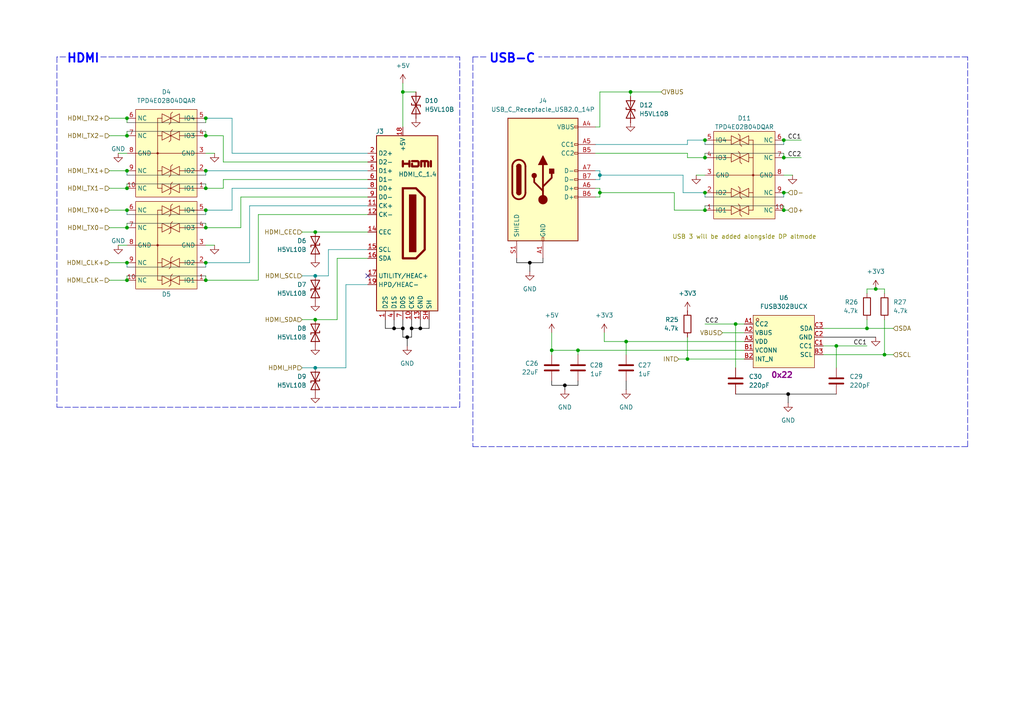
<source format=kicad_sch>
(kicad_sch (version 20231120) (generator "eeschema") (generator_version "8.0")
  (paper "A4")
  (title_block (title "High Speed IO") (date "2025-01-29 - 2025-02-02") (rev "Prototype v0") (company "xamuel.xyz"))
  (lib_symbols
    (symbol "Connector:HDMI_C_1.4"
      (property "Reference" "J" (at -6.35 26.67 0))
      (property "Value" "HDMI_C_1.4" (at 10.16 26.67 0))
      (symbol "HDMI_C_1.4_0_0"
        (polyline (pts (xy 8.128 16.51) (xy 8.128 18.034)) (stroke (width 0.635)))
        (polyline (pts (xy 0 16.51) (xy 0 18.034) (xy 0 17.272) (xy 1.905 17.272) (xy 1.905 18.034) (xy 1.905 16.51)) (stroke (width 0.635)))
        (polyline (pts (xy 2.667 18.034) (xy 4.318 18.034) (xy 4.572 17.78) (xy 4.572 16.764) (xy 4.318 16.51) (xy 2.667 16.51) (xy 2.667 17.272)) (stroke (width 0.635)))
      )
      (symbol "HDMI_C_1.4_0_1"
        (rectangle (start -7.62 25.4) (end 10.16 -25.4) (stroke (width 0.254)) (fill (type background)))
        (polyline (pts (xy 0 10.16) (xy 3.81 10.16) (xy 6.35 7.62) (xy 6.35 -7.62) (xy 3.81 -10.16) (xy 0 -10.16) (xy 0 10.16)) (stroke (width 0.635)))
        (polyline (pts (xy 5.334 16.51) (xy 5.334 18.034) (xy 6.35 18.034) (xy 6.35 16.51) (xy 6.35 18.034) (xy 7.112 18.034) (xy 7.366 17.78) (xy 7.366 16.51)) (stroke (width 0.635)))
        (rectangle (start 1.905 8.255) (end 3.81 -8.255) (stroke (width 0.254)) (fill (type outline)))
      )
      (symbol "HDMI_C_1.4_1_1"
        (pin power_in line (at -5.08 -27.94 90) (length 2.54) (name "D2S") (number "1"))
        (pin power_in line (at 2.54 -27.94 90) (length 2.54) (name "CKS") (number "10"))
        (pin passive line (at -10.16 5.08 0) (length 2.54) (name "CK+") (number "11"))
        (pin passive line (at -10.16 2.54 0) (length 2.54) (name "CK-") (number "12"))
        (pin power_in line (at 5.08 -27.94 90) (length 2.54) (name "GND") (number "13"))
        (pin bidirectional line (at -10.16 -2.54 0) (length 2.54) (name "CEC") (number "14"))
        (pin passive line (at -10.16 -7.62 0) (length 2.54) (name "SCL") (number "15"))
        (pin bidirectional line (at -10.16 -10.16 0) (length 2.54) (name "SDA") (number "16"))
        (pin passive line (at -10.16 -15.24 0) (length 2.54) (name "UTILITY/HEAC+") (number "17"))
        (pin power_in line (at 0 27.94 270) (length 2.54) (name "+5V") (number "18"))
        (pin passive line (at -10.16 -17.78 0) (length 2.54) (name "HPD/HEAC-") (number "19"))
        (pin passive line (at -10.16 20.32 0) (length 2.54) (name "D2+") (number "2"))
        (pin passive line (at -10.16 17.78 0) (length 2.54) (name "D2-") (number "3"))
        (pin power_in line (at -2.54 -27.94 90) (length 2.54) (name "D1S") (number "4"))
        (pin passive line (at -10.16 15.24 0) (length 2.54) (name "D1+") (number "5"))
        (pin passive line (at -10.16 12.7 0) (length 2.54) (name "D1-") (number "6"))
        (pin power_in line (at 0 -27.94 90) (length 2.54) (name "D0S") (number "7"))
        (pin passive line (at -10.16 10.16 0) (length 2.54) (name "D0+") (number "8"))
        (pin passive line (at -10.16 7.62 0) (length 2.54) (name "D0-") (number "9"))
        (pin passive line (at 7.62 -27.94 90) (length 2.54) (name "SH") (number "SH"))
      )
    )
    (symbol "Connector:USB_C_Receptacle_USB2.0_14P" (pin_names (offset 1.016))
      (property "Reference" "J" (at 0 22.225 0))
      (property "Value" "USB_C_Receptacle_USB2.0_14P" (at 0 19.685 0))
      (symbol "USB_C_Receptacle_USB2.0_14P_0_0"
        (rectangle (start -0.254 -17.78) (end 0.254 -16.764))
        (rectangle (start 10.16 -4.826) (end 9.144 -5.334))
        (rectangle (start 10.16 -2.286) (end 9.144 -2.794))
        (rectangle (start 10.16 0.254) (end 9.144 -0.254))
        (rectangle (start 10.16 2.794) (end 9.144 2.286))
        (rectangle (start 10.16 7.874) (end 9.144 7.366))
        (rectangle (start 10.16 10.414) (end 9.144 9.906))
        (rectangle (start 10.16 15.494) (end 9.144 14.986))
      )
      (symbol "USB_C_Receptacle_USB2.0_14P_0_1"
        (rectangle (start -10.16 17.78) (end 10.16 -17.78) (stroke (width 0.254)) (fill (type background)))
        (arc (start -8.89 -3.81) (mid -6.985 -5.7067) (end -5.08 -3.81) (stroke (width 0.508)))
        (arc (start -7.62 -3.81) (mid -6.985 -4.4423) (end -6.35 -3.81) (stroke (width 0.254)))
        (arc (start -7.62 -3.81) (mid -6.985 -4.4423) (end -6.35 -3.81) (stroke (width 0.254)) (fill (type outline)))
        (rectangle (start -7.62 -3.81) (end -6.35 3.81) (stroke (width 0.254)) (fill (type outline)))
        (arc (start -6.35 3.81) (mid -6.985 4.4423) (end -7.62 3.81) (stroke (width 0.254)))
        (arc (start -6.35 3.81) (mid -6.985 4.4423) (end -7.62 3.81) (stroke (width 0.254)) (fill (type outline)))
        (arc (start -5.08 3.81) (mid -6.985 5.7067) (end -8.89 3.81) (stroke (width 0.508)))
        (circle (center -2.54 1.143) (radius 0.635) (stroke (width 0.254)) (fill (type outline)))
        (circle (center 0 -5.842) (radius 1.27) (fill (type outline)))
        (polyline (pts (xy -8.89 -3.81) (xy -8.89 3.81)) (stroke (width 0.508)))
        (polyline (pts (xy -5.08 3.81) (xy -5.08 -3.81)) (stroke (width 0.508)))
        (polyline (pts (xy 0 -5.842) (xy 0 4.318)) (stroke (width 0.508)))
        (polyline (pts (xy 0 -3.302) (xy -2.54 -0.762) (xy -2.54 0.508)) (stroke (width 0.508)))
        (polyline (pts (xy 0 -2.032) (xy 2.54 0.508) (xy 2.54 1.778)) (stroke (width 0.508)))
        (polyline (pts (xy -1.27 4.318) (xy 0 6.858) (xy 1.27 4.318) (xy -1.27 4.318)) (stroke (width 0.254)) (fill (type outline)))
        (rectangle (start 1.905 1.778) (end 3.175 3.048) (stroke (width 0.254)) (fill (type outline)))
      )
      (symbol "USB_C_Receptacle_USB2.0_14P_1_1"
        (pin passive line (at 0 -22.86 90) (length 5.08) (name "GND") (number "A1"))
        (pin passive line (at 0 -22.86 90) (length 5.08) hide (name "GND") (number "A12"))
        (pin passive line (at 15.24 15.24 180) (length 5.08) (name "VBUS") (number "A4"))
        (pin bidirectional line (at 15.24 10.16 180) (length 5.08) (name "CC1") (number "A5"))
        (pin bidirectional line (at 15.24 -2.54 180) (length 5.08) (name "D+") (number "A6"))
        (pin bidirectional line (at 15.24 2.54 180) (length 5.08) (name "D-") (number "A7"))
        (pin passive line (at 15.24 15.24 180) (length 5.08) hide (name "VBUS") (number "A9"))
        (pin passive line (at 0 -22.86 90) (length 5.08) hide (name "GND") (number "B1"))
        (pin passive line (at 0 -22.86 90) (length 5.08) hide (name "GND") (number "B12"))
        (pin passive line (at 15.24 15.24 180) (length 5.08) hide (name "VBUS") (number "B4"))
        (pin bidirectional line (at 15.24 7.62 180) (length 5.08) (name "CC2") (number "B5"))
        (pin bidirectional line (at 15.24 -5.08 180) (length 5.08) (name "D+") (number "B6"))
        (pin bidirectional line (at 15.24 0 180) (length 5.08) (name "D-") (number "B7"))
        (pin passive line (at 15.24 15.24 180) (length 5.08) hide (name "VBUS") (number "B9"))
        (pin passive line (at -7.62 -22.86 90) (length 5.08) (name "SHIELD") (number "S1"))
      )
    )
    (symbol "Device:C" (pin_numbers hide) (pin_names (offset 0.254))
      (property "Reference" "C" (at 0.635 2.54 0))
      (property "Value" "C" (at 0.635 -2.54 0))
      (symbol "C_0_1"
        (polyline (pts (xy -2.032 -0.762) (xy 2.032 -0.762)) (stroke (width 0.508)))
        (polyline (pts (xy -2.032 0.762) (xy 2.032 0.762)) (stroke (width 0.508)))
      )
      (symbol "C_1_1"
        (pin passive line (at 0 3.81 270) (length 2.794) (name "~") (number "1"))
        (pin passive line (at 0 -3.81 90) (length 2.794) (name "~") (number "2"))
      )
    )
    (symbol "Device:D_TVS" (pin_numbers hide) (pin_names (offset 1.016) hide)
      (property "Reference" "D" (at 0 2.54 0))
      (property "Value" "D_TVS" (at 0 -2.54 0))
      (symbol "D_TVS_0_1"
        (polyline (pts (xy 1.27 0) (xy -1.27 0)))
        (polyline (pts (xy 0.508 1.27) (xy 0 1.27) (xy 0 -1.27) (xy -0.508 -1.27)) (stroke (width 0.254)))
        (polyline (pts (xy -2.54 1.27) (xy -2.54 -1.27) (xy 2.54 1.27) (xy 2.54 -1.27) (xy -2.54 1.27)) (stroke (width 0.254)))
      )
      (symbol "D_TVS_1_1"
        (pin passive line (at -3.81 0 0) (length 2.54) (name "A1") (number "1"))
        (pin passive line (at 3.81 0 180) (length 2.54) (name "A2") (number "2"))
      )
    )
    (symbol "Device:R" (pin_numbers hide) (pin_names (offset 0))
      (property "Reference" "R" (at 2.032 0 90))
      (property "Value" "R" (at 0 0 90))
      (symbol "R_0_1"
        (rectangle (start -1.016 -2.54) (end 1.016 2.54) (stroke (width 0.254)))
      )
      (symbol "R_1_1"
        (pin passive line (at 0 3.81 270) (length 1.27) (name "~") (number "1"))
        (pin passive line (at 0 -3.81 90) (length 1.27) (name "~") (number "2"))
      )
    )
    (symbol "linuxpocket:FUSB302BUCX"
      (property "Reference" "U" (at 0 10.16 0))
      (property "Value" "FUSB302BUCX" (at 0 -10.16 0))
      (symbol "FUSB302BUCX_0_1"
        (rectangle (start -8.89 7.62) (end 8.89 -7.62) (fill (type background)))
        (circle (center -7.62 6.35) (radius 0.38))
        (pin unspecified line (at -11.43 5.08 0) (length 2.54) (name "CC2") (number "A1"))
        (pin unspecified line (at -11.43 2.54 0) (length 2.54) (name "VBUS") (number "A2"))
        (pin unspecified line (at -11.43 0 0) (length 2.54) (name "VDD") (number "A3"))
        (pin unspecified line (at -11.43 -2.54 0) (length 2.54) (name "VCONN") (number "B1"))
        (pin unspecified line (at -11.43 -5.08 0) (length 2.54) (name "INT_N") (number "B2"))
        (pin unspecified line (at 11.43 -3.81 180) (length 2.54) (name "SCL") (number "B3"))
        (pin unspecified line (at 11.43 -1.27 180) (length 2.54) (name "CC1") (number "C1"))
        (pin unspecified line (at 11.43 1.27 180) (length 2.54) (name "GND") (number "C2"))
        (pin unspecified line (at 11.43 3.81 180) (length 2.54) (name "SDA") (number "C3"))
      )
    )
    (symbol "linuxpocket:TPD4E02B04DQAR"
      (property "Reference" "D" (at 0 15.24 0))
      (property "Value" "TPD4E02B04DQAR" (at 0 -15.24 0))
      (symbol "TPD4E02B04DQAR_0_1"
        (rectangle (start -10.16 12.7) (end 7.62 -12.7) (fill (type background)))
        (polyline (pts (xy -5.08 -10.16) (xy -10.16 -10.16)))
        (polyline (pts (xy -5.08 -5.08) (xy -10.16 -5.08)))
        (polyline (pts (xy -5.08 5.08) (xy -10.16 5.08)))
        (polyline (pts (xy -5.08 10.16) (xy -10.16 10.16)))
        (polyline (pts (xy -3.05 -11.94) (xy -2.54 -11.43)))
        (polyline (pts (xy -3.05 -6.86) (xy -2.54 -6.35)))
        (polyline (pts (xy -3.05 3.3) (xy -2.54 3.81)))
        (polyline (pts (xy -3.05 8.38) (xy -2.54 8.89)))
        (polyline (pts (xy -2.54 -11.43) (xy -2.54 -10.16)))
        (polyline (pts (xy -2.54 -10.16) (xy -2.54 -8.89)))
        (polyline (pts (xy -2.54 -8.89) (xy -2.03 -8.38)))
        (polyline (pts (xy -2.54 -6.35) (xy -2.54 -5.08)))
        (polyline (pts (xy -2.54 -5.08) (xy -2.54 -3.81)))
        (polyline (pts (xy -2.54 -3.81) (xy -2.03 -3.3)))
        (polyline (pts (xy -2.54 3.81) (xy -2.54 5.08)))
        (polyline (pts (xy -2.54 5.08) (xy -2.54 6.35)))
        (polyline (pts (xy -2.54 6.35) (xy -2.03 6.86)))
        (polyline (pts (xy -2.54 8.89) (xy -2.54 10.16)))
        (polyline (pts (xy -2.54 10.16) (xy -2.54 11.43)))
        (polyline (pts (xy -2.54 11.43) (xy -2.03 11.94)))
        (polyline (pts (xy 1.27 -10.16) (xy 0 -10.16)))
        (polyline (pts (xy 1.27 -5.08) (xy 0 -5.08)))
        (polyline (pts (xy 1.27 5.08) (xy 0 5.08)))
        (polyline (pts (xy 1.27 10.16) (xy 0 10.16)))
        (polyline (pts (xy 1.27 10.16) (xy 1.27 -10.16)))
        (polyline (pts (xy 7.62 0) (xy -10.16 0)))
        (polyline (pts (xy -5.08 -8.89) (xy -2.54 -10.16) (xy -5.08 -11.43) (xy -5.08 -8.89)) (fill (type background)))
        (polyline (pts (xy -5.08 -3.81) (xy -2.54 -5.08) (xy -5.08 -6.35) (xy -5.08 -3.81)) (fill (type background)))
        (polyline (pts (xy -5.08 6.35) (xy -2.54 5.08) (xy -5.08 3.81) (xy -5.08 6.35)) (fill (type background)))
        (polyline (pts (xy -5.08 11.43) (xy -2.54 10.16) (xy -5.08 8.89) (xy -5.08 11.43)) (fill (type background)))
        (polyline (pts (xy 0 -8.89) (xy -2.54 -10.16) (xy 0 -11.43) (xy 0 -8.89)) (fill (type background)))
        (polyline (pts (xy 0 -3.81) (xy -2.54 -5.08) (xy 0 -6.35) (xy 0 -3.81)) (fill (type background)))
        (polyline (pts (xy 0 6.35) (xy -2.54 5.08) (xy 0 3.81) (xy 0 6.35)) (fill (type background)))
        (polyline (pts (xy 0 11.43) (xy -2.54 10.16) (xy 0 8.89) (xy 0 11.43)) (fill (type background)))
        (circle (center 1.27 0) (radius 0.25))
        (pin unspecified line (at -12.7 10.16 0) (length 2.54) (name "IO1") (number "1"))
        (pin unspecified line (at 10.16 10.16 180) (length 2.54) (name "NC") (number "10"))
        (pin unspecified line (at -12.7 5.08 0) (length 2.54) (name "IO2") (number "2"))
        (pin unspecified line (at -12.7 0 0) (length 2.54) (name "GND") (number "3"))
        (pin unspecified line (at -12.7 -5.08 0) (length 2.54) (name "IO3") (number "4"))
        (pin unspecified line (at -12.7 -10.16 0) (length 2.54) (name "IO4") (number "5"))
        (pin unspecified line (at 10.16 -10.16 180) (length 2.54) (name "NC") (number "6"))
        (pin unspecified line (at 10.16 -5.08 180) (length 2.54) (name "NC") (number "7"))
        (pin unspecified line (at 10.16 0 180) (length 2.54) (name "GND") (number "8"))
        (pin unspecified line (at 10.16 5.08 180) (length 2.54) (name "NC") (number "9"))
      )
    )
    (symbol "power:+3V3" (power) (pin_numbers hide) (pin_names (offset 0) hide)
      (property "Value" "+3V3" (at 0 3.556 0))
      (symbol "+3V3_0_1"
        (polyline (pts (xy -0.762 1.27) (xy 0 2.54)))
        (polyline (pts (xy 0 0) (xy 0 2.54)))
        (polyline (pts (xy 0 2.54) (xy 0.762 1.27)))
      )
      (symbol "+3V3_1_1"
        (pin power_in line (at 0 0 90) (length 0) (name "~") (number "1"))
      )
    )
    (symbol "power:+5V" (power) (pin_numbers hide) (pin_names (offset 0) hide)
      (property "Value" "+5V" (at 0 3.556 0))
      (symbol "+5V_0_1"
        (polyline (pts (xy -0.762 1.27) (xy 0 2.54)))
        (polyline (pts (xy 0 0) (xy 0 2.54)))
        (polyline (pts (xy 0 2.54) (xy 0.762 1.27)))
      )
      (symbol "+5V_1_1"
        (pin power_in line (at 0 0 90) (length 0) (name "~") (number "1"))
      )
    )
    (symbol "power:GND" (power) (pin_numbers hide) (pin_names (offset 0) hide)
      (property "Value" "GND" (at 0 -3.81 0))
      (symbol "GND_0_1"
        (polyline (pts (xy 0 0) (xy 0 -1.27) (xy 1.27 -1.27) (xy 0 -2.54) (xy -1.27 -1.27) (xy 0 -1.27)))
      )
      (symbol "GND_1_1"
        (pin power_in line (at 0 0 270) (length 0) (name "~") (number "1"))
      )
    )
  )
  (junction (at 181.61 99.06))
  (junction (at 91.44 106.68) (color 0 132 132 1))
  (junction (at 36.83 54.61))
  (junction (at 227.33 45.72))
  (junction (at 213.36 93.98))
  (junction (at 36.83 66.04))
  (junction (at 59.69 81.28))
  (junction (at 116.84 26.67))
  (junction (at 36.83 49.53))
  (junction (at 36.83 76.2))
  (junction (at 256.54 102.87))
  (junction (at 118.11 97.79) (color 0 0 0 1))
  (junction (at 91.44 80.01) (color 0 132 132 1))
  (junction (at 204.47 55.88))
  (junction (at 91.44 67.31))
  (junction (at 59.69 66.04))
  (junction (at 119.38 95.25) (color 0 0 0 1))
  (junction (at 199.39 104.14))
  (junction (at 163.83 111.76) (color 0 0 0 1))
  (junction (at 204.47 60.96))
  (junction (at 59.69 60.96))
  (junction (at 36.83 60.96))
  (junction (at 204.47 40.64))
  (junction (at 59.69 34.29))
  (junction (at 227.33 55.88))
  (junction (at 254 83.82))
  (junction (at 173.99 50.8) (color 0 132 132 1))
  (junction (at 242.57 100.33))
  (junction (at 114.3 95.25) (color 0 0 0 1))
  (junction (at 153.67 76.2) (color 0 0 0 1))
  (junction (at 251.46 95.25))
  (junction (at 160.02 101.6))
  (junction (at 227.33 60.96))
  (junction (at 116.84 95.25) (color 0 0 0 1))
  (junction (at 227.33 40.64))
  (junction (at 204.47 45.72))
  (junction (at 173.99 55.88))
  (junction (at 59.69 76.2))
  (junction (at 36.83 34.29))
  (junction (at 91.44 92.71))
  (junction (at 167.64 101.6))
  (junction (at 121.92 95.25) (color 0 0 0 1))
  (junction (at 182.88 26.67))
  (junction (at 59.69 39.37))
  (junction (at 36.83 39.37))
  (junction (at 59.69 54.61))
  (junction (at 59.69 49.53))
  (junction (at 228.6 114.3) (color 0 0 0 1))
  (junction (at 36.83 81.28))
  (no_connect (at 106.68 80.01))
  (wire (pts (xy 31.75 66.04) (xy 36.83 66.04)))
  (wire (pts (xy 256.54 92.71) (xy 256.54 102.87)))
  (wire (pts (xy 195.58 55.88) (xy 173.99 55.88)))
  (polyline (pts (xy 133.35 118.11) (xy 133.35 16.51)) (stroke (width 0) (type dash)))
  (wire (pts (xy 196.85 104.14) (xy 199.39 104.14)))
  (wire (pts (xy 163.83 113.03) (xy 163.83 111.76)) (stroke (width 0) (color 0 0 0 1)))
  (wire (pts (xy 100.33 82.55) (xy 100.33 106.68)) (stroke (width 0) (color 0 132 132 1)))
  (wire (pts (xy 59.69 80.01) (xy 59.69 81.28)))
  (wire (pts (xy 87.63 80.01) (xy 91.44 80.01)) (stroke (width 0) (color 0 132 132 1)))
  (wire (pts (xy 59.69 64.77) (xy 36.83 64.77)) (stroke (width 0) (color 72 72 72 1)))
  (wire (pts (xy 227.33 60.96) (xy 227.33 59.69)))
  (wire (pts (xy 95.25 72.39) (xy 95.25 80.01)) (stroke (width 0) (color 0 132 132 1)))
  (wire (pts (xy 116.84 24.13) (xy 116.84 26.67)))
  (wire (pts (xy 227.33 45.72) (xy 232.41 45.72)))
  (wire (pts (xy 204.47 41.91) (xy 227.33 41.91)) (stroke (width 0) (color 72 72 72 1)))
  (wire (pts (xy 227.33 59.69) (xy 204.47 59.69)) (stroke (width 0) (color 72 72 72 1)))
  (wire (pts (xy 87.63 67.31) (xy 91.44 67.31)))
  (wire (pts (xy 36.83 38.1) (xy 59.69 38.1)) (stroke (width 0) (color 72 72 72 1)))
  (wire (pts (xy 251.46 83.82) (xy 251.46 85.09)))
  (wire (pts (xy 64.77 54.61) (xy 64.77 52.07)))
  (wire (pts (xy 31.75 60.96) (xy 36.83 60.96)))
  (wire (pts (xy 118.11 97.79) (xy 116.84 97.79)) (stroke (width 0) (color 0 0 0 1)))
  (wire (pts (xy 153.67 76.2) (xy 153.67 78.74)) (stroke (width 0) (color 0 0 0 1)))
  (wire (pts (xy 59.69 38.1) (xy 59.69 39.37)))
  (wire (pts (xy 251.46 95.25) (xy 259.08 95.25)))
  (wire (pts (xy 36.83 39.37) (xy 36.83 38.1)))
  (wire (pts (xy 172.72 41.91) (xy 199.39 41.91)) (stroke (width 0) (color 0 132 132 1)))
  (wire (pts (xy 227.33 55.88) (xy 228.6 55.88)))
  (polyline (pts (xy 137.16 16.51) (xy 137.16 129.54)) (stroke (width 0) (type dash)))
  (wire (pts (xy 59.69 53.34) (xy 36.83 53.34)) (stroke (width 0) (color 72 72 72 1)))
  (polyline (pts (xy 29.21 16.51) (xy 133.35 16.51)) (stroke (width 0) (type dash)))
  (wire (pts (xy 59.69 39.37) (xy 64.77 39.37)))
  (wire (pts (xy 160.02 101.6) (xy 167.64 101.6)))
  (wire (pts (xy 157.48 74.93) (xy 157.48 76.2)) (stroke (width 0) (color 0 0 0 1)))
  (wire (pts (xy 36.83 50.8) (xy 36.83 49.53)) (stroke (width 0) (color 0 132 132 1)))
  (polyline (pts (xy 280.67 129.54) (xy 280.67 16.51)) (stroke (width 0) (type dash)))
  (wire (pts (xy 36.83 81.28) (xy 36.83 80.01)))
  (wire (pts (xy 31.75 39.37) (xy 36.83 39.37)))
  (wire (pts (xy 227.33 40.64) (xy 232.41 40.64)))
  (wire (pts (xy 36.83 35.56) (xy 59.69 35.56)) (stroke (width 0) (color 72 72 72 1)))
  (wire (pts (xy 256.54 85.09) (xy 256.54 83.82)))
  (polyline (pts (xy 16.51 118.11) (xy 133.35 118.11)) (stroke (width 0) (type dash)))
  (wire (pts (xy 59.69 62.23) (xy 36.83 62.23)) (stroke (width 0) (color 72 72 72 1)))
  (wire (pts (xy 87.63 92.71) (xy 91.44 92.71)))
  (wire (pts (xy 204.47 44.45) (xy 227.33 44.45)) (stroke (width 0) (color 72 72 72 1)))
  (wire (pts (xy 201.93 50.8) (xy 204.47 50.8)))
  (wire (pts (xy 59.69 49.53) (xy 59.69 50.8)) (stroke (width 0) (color 0 132 132 1)))
  (wire (pts (xy 198.12 55.88) (xy 198.12 50.8)) (stroke (width 0) (color 0 132 132 1)))
  (wire (pts (xy 167.64 111.76) (xy 163.83 111.76)) (stroke (width 0) (color 0 0 0 1)))
  (wire (pts (xy 36.83 64.77) (xy 36.83 66.04)))
  (wire (pts (xy 59.69 76.2) (xy 72.39 76.2)) (stroke (width 0) (color 0 132 132 1)))
  (wire (pts (xy 195.58 60.96) (xy 195.58 55.88)))
  (wire (pts (xy 59.69 50.8) (xy 36.83 50.8)) (stroke (width 0) (color 72 72 72 1)))
  (wire (pts (xy 175.26 96.52) (xy 175.26 99.06)))
  (wire (pts (xy 31.75 49.53) (xy 36.83 49.53)))
  (wire (pts (xy 204.47 55.88) (xy 204.47 57.15)) (stroke (width 0) (color 0 132 132 1)))
  (wire (pts (xy 242.57 100.33) (xy 242.57 106.68)))
  (wire (pts (xy 91.44 67.31) (xy 106.68 67.31)))
  (wire (pts (xy 59.69 54.61) (xy 64.77 54.61)))
  (wire (pts (xy 106.68 72.39) (xy 95.25 72.39)) (stroke (width 0) (color 0 132 132 1)))
  (wire (pts (xy 238.76 100.33) (xy 242.57 100.33)))
  (wire (pts (xy 149.86 74.93) (xy 149.86 76.2)) (stroke (width 0) (color 0 0 0 1)))
  (wire (pts (xy 199.39 41.91) (xy 199.39 40.64)) (stroke (width 0) (color 0 132 132 1)))
  (wire (pts (xy 173.99 49.53) (xy 172.72 49.53)) (stroke (width 0) (color 0 132 132 1)))
  (wire (pts (xy 34.29 71.12) (xy 36.83 71.12)))
  (wire (pts (xy 114.3 95.25) (xy 114.3 92.71)) (stroke (width 0) (color 0 0 0 1)))
  (wire (pts (xy 228.6 114.3) (xy 228.6 116.84)) (stroke (width 0) (color 0 0 0 1)))
  (wire (pts (xy 59.69 77.47) (xy 36.83 77.47)) (stroke (width 0) (color 72 72 72 1)))
  (wire (pts (xy 67.31 60.96) (xy 67.31 54.61)) (stroke (width 0) (color 0 132 132 1)))
  (wire (pts (xy 173.99 49.53) (xy 173.99 50.8)) (stroke (width 0) (color 0 132 132 1)))
  (wire (pts (xy 31.75 76.2) (xy 36.83 76.2)))
  (wire (pts (xy 227.33 41.91) (xy 227.33 40.64)) (stroke (width 0) (color 0 132 132 1)))
  (wire (pts (xy 167.64 101.6) (xy 215.9 101.6)))
  (polyline (pts (xy 280.67 16.51) (xy 156.21 16.51)) (stroke (width 0) (type dash)))
  (wire (pts (xy 238.76 102.87) (xy 256.54 102.87)))
  (wire (pts (xy 238.76 97.79) (xy 254 97.79)) (stroke (width 0) (color 0 0 0 1)))
  (wire (pts (xy 213.36 114.3) (xy 228.6 114.3)) (stroke (width 0) (color 0 0 0 1)))
  (wire (pts (xy 173.99 57.15) (xy 172.72 57.15)))
  (wire (pts (xy 116.84 26.67) (xy 120.65 26.67)))
  (wire (pts (xy 97.79 74.93) (xy 97.79 92.71)))
  (wire (pts (xy 160.02 96.52) (xy 160.02 101.6)))
  (wire (pts (xy 59.69 35.56) (xy 59.69 34.29)))
  (wire (pts (xy 182.88 26.67) (xy 191.77 26.67)))
  (wire (pts (xy 36.83 62.23) (xy 36.83 60.96)) (stroke (width 0) (color 0 132 132 1)))
  (wire (pts (xy 173.99 54.61) (xy 173.99 55.88)))
  (wire (pts (xy 228.6 114.3) (xy 242.57 114.3)) (stroke (width 0) (color 0 0 0 1)))
  (wire (pts (xy 59.69 71.12) (xy 62.23 71.12)))
  (wire (pts (xy 116.84 36.83) (xy 116.84 26.67)))
  (wire (pts (xy 121.92 92.71) (xy 121.92 95.25)) (stroke (width 0) (color 0 0 0 1)))
  (wire (pts (xy 199.39 104.14) (xy 215.9 104.14)))
  (wire (pts (xy 59.69 66.04) (xy 59.69 64.77)))
  (polyline (pts (xy 19.05 16.51) (xy 16.51 16.51)) (stroke (width 0) (type dash)))
  (wire (pts (xy 204.47 57.15) (xy 227.33 57.15)) (stroke (width 0) (color 72 72 72 1)))
  (wire (pts (xy 59.69 34.29) (xy 67.31 34.29)) (stroke (width 0) (color 0 132 132 1)))
  (wire (pts (xy 121.92 95.25) (xy 119.38 95.25)) (stroke (width 0) (color 0 0 0 1)))
  (wire (pts (xy 95.25 80.01) (xy 91.44 80.01)) (stroke (width 0) (color 0 132 132 1)))
  (wire (pts (xy 160.02 102.87) (xy 160.02 101.6)))
  (wire (pts (xy 64.77 39.37) (xy 64.77 46.99)))
  (wire (pts (xy 160.02 111.76) (xy 160.02 110.49)) (stroke (width 0) (color 0 0 0 1)))
  (wire (pts (xy 227.33 44.45) (xy 227.33 45.72)))
  (wire (pts (xy 34.29 44.45) (xy 36.83 44.45)))
  (wire (pts (xy 59.69 81.28) (xy 74.93 81.28)))
  (wire (pts (xy 251.46 92.71) (xy 251.46 95.25)))
  (wire (pts (xy 59.69 66.04) (xy 69.85 66.04)))
  (wire (pts (xy 173.99 55.88) (xy 173.99 57.15)))
  (wire (pts (xy 31.75 34.29) (xy 36.83 34.29)))
  (wire (pts (xy 204.47 93.98) (xy 213.36 93.98)))
  (wire (pts (xy 213.36 93.98) (xy 213.36 106.68)))
  (wire (pts (xy 172.72 44.45) (xy 199.39 44.45)))
  (wire (pts (xy 199.39 40.64) (xy 204.47 40.64)) (stroke (width 0) (color 0 132 132 1)))
  (wire (pts (xy 118.11 100.33) (xy 118.11 97.79)) (stroke (width 0) (color 0 0 0 1)))
  (wire (pts (xy 64.77 46.99) (xy 106.68 46.99)))
  (wire (pts (xy 119.38 97.79) (xy 119.38 95.25)) (stroke (width 0) (color 0 0 0 1)))
  (wire (pts (xy 181.61 110.49) (xy 181.61 113.03)) (stroke (width 0) (color 0 0 0 1)))
  (wire (pts (xy 153.67 76.2) (xy 157.48 76.2)) (stroke (width 0) (color 0 0 0 1)))
  (wire (pts (xy 213.36 93.98) (xy 215.9 93.98)))
  (wire (pts (xy 181.61 99.06) (xy 215.9 99.06)))
  (wire (pts (xy 163.83 111.76) (xy 160.02 111.76)) (stroke (width 0) (color 0 0 0 1)))
  (wire (pts (xy 173.99 36.83) (xy 172.72 36.83)))
  (wire (pts (xy 118.11 97.79) (xy 119.38 97.79)) (stroke (width 0) (color 0 0 0 1)))
  (wire (pts (xy 87.63 106.68) (xy 91.44 106.68)) (stroke (width 0) (color 0 132 132 1)))
  (wire (pts (xy 36.83 77.47) (xy 36.83 76.2)) (stroke (width 0) (color 0 132 132 1)))
  (polyline (pts (xy 140.97 16.51) (xy 137.16 16.51)) (stroke (width 0) (type dash)))
  (wire (pts (xy 227.33 50.8) (xy 229.87 50.8)))
  (wire (pts (xy 69.85 57.15) (xy 106.68 57.15)))
  (wire (pts (xy 167.64 101.6) (xy 167.64 102.87)))
  (wire (pts (xy 204.47 60.96) (xy 195.58 60.96)))
  (wire (pts (xy 59.69 76.2) (xy 59.69 77.47)) (stroke (width 0) (color 0 132 132 1)))
  (wire (pts (xy 199.39 45.72) (xy 204.47 45.72)))
  (polyline (pts (xy 16.51 16.51) (xy 16.51 118.11)) (stroke (width 0) (type dash)))
  (wire (pts (xy 173.99 50.8) (xy 173.99 52.07)) (stroke (width 0) (color 0 132 132 1)))
  (wire (pts (xy 72.39 76.2) (xy 72.39 59.69)) (stroke (width 0) (color 0 132 132 1)))
  (wire (pts (xy 204.47 40.64) (xy 204.47 41.91)) (stroke (width 0) (color 0 132 132 1)))
  (wire (pts (xy 74.93 81.28) (xy 74.93 62.23)))
  (wire (pts (xy 175.26 99.06) (xy 181.61 99.06)))
  (wire (pts (xy 111.76 92.71) (xy 111.76 95.25)) (stroke (width 0) (color 0 0 0 1)))
  (wire (pts (xy 69.85 66.04) (xy 69.85 57.15)))
  (wire (pts (xy 59.69 49.53) (xy 106.68 49.53)) (stroke (width 0) (color 0 132 132 1)))
  (wire (pts (xy 36.83 53.34) (xy 36.83 54.61)))
  (wire (pts (xy 119.38 92.71) (xy 119.38 95.25)) (stroke (width 0) (color 0 0 0 1)))
  (wire (pts (xy 167.64 110.49) (xy 167.64 111.76)) (stroke (width 0) (color 0 0 0 1)))
  (wire (pts (xy 204.47 55.88) (xy 198.12 55.88)) (stroke (width 0) (color 0 132 132 1)))
  (wire (pts (xy 173.99 54.61) (xy 172.72 54.61)))
  (wire (pts (xy 173.99 52.07) (xy 172.72 52.07)) (stroke (width 0) (color 0 132 132 1)))
  (wire (pts (xy 72.39 59.69) (xy 106.68 59.69)) (stroke (width 0) (color 0 132 132 1)))
  (wire (pts (xy 199.39 97.79) (xy 199.39 104.14)))
  (wire (pts (xy 242.57 100.33) (xy 251.46 100.33)))
  (wire (pts (xy 238.76 95.25) (xy 251.46 95.25)))
  (wire (pts (xy 59.69 44.45) (xy 62.23 44.45)))
  (wire (pts (xy 106.68 74.93) (xy 97.79 74.93)))
  (wire (pts (xy 36.83 80.01) (xy 59.69 80.01)) (stroke (width 0) (color 72 72 72 1)))
  (wire (pts (xy 124.46 92.71) (xy 124.46 95.25)) (stroke (width 0) (color 0 0 0 1)))
  (wire (pts (xy 198.12 50.8) (xy 173.99 50.8)) (stroke (width 0) (color 0 132 132 1)))
  (wire (pts (xy 100.33 106.68) (xy 91.44 106.68)) (stroke (width 0) (color 0 132 132 1)))
  (wire (pts (xy 36.83 34.29) (xy 36.83 35.56)))
  (wire (pts (xy 31.75 54.61) (xy 36.83 54.61)))
  (wire (pts (xy 204.47 45.72) (xy 204.47 44.45)))
  (wire (pts (xy 256.54 102.87) (xy 259.08 102.87)))
  (wire (pts (xy 173.99 26.67) (xy 182.88 26.67)))
  (wire (pts (xy 116.84 95.25) (xy 114.3 95.25)) (stroke (width 0) (color 0 0 0 1)))
  (wire (pts (xy 209.55 96.52) (xy 215.9 96.52)))
  (wire (pts (xy 106.68 82.55) (xy 100.33 82.55)) (stroke (width 0) (color 0 132 132 1)))
  (wire (pts (xy 121.92 95.25) (xy 124.46 95.25)) (stroke (width 0) (color 0 0 0 1)))
  (wire (pts (xy 64.77 52.07) (xy 106.68 52.07)))
  (wire (pts (xy 173.99 26.67) (xy 173.99 36.83)))
  (wire (pts (xy 181.61 99.06) (xy 181.61 102.87)))
  (wire (pts (xy 254 83.82) (xy 251.46 83.82)))
  (wire (pts (xy 204.47 59.69) (xy 204.47 60.96)))
  (wire (pts (xy 31.75 81.28) (xy 36.83 81.28)))
  (wire (pts (xy 67.31 34.29) (xy 67.31 44.45)) (stroke (width 0) (color 0 132 132 1)))
  (wire (pts (xy 59.69 60.96) (xy 59.69 62.23)) (stroke (width 0) (color 0 132 132 1)))
  (wire (pts (xy 227.33 57.15) (xy 227.33 55.88)) (stroke (width 0) (color 0 132 132 1)))
  (wire (pts (xy 116.84 92.71) (xy 116.84 95.25)) (stroke (width 0) (color 0 0 0 1)))
  (wire (pts (xy 182.88 26.67) (xy 182.88 27.94)))
  (polyline (pts (xy 137.16 129.54) (xy 280.67 129.54)) (stroke (width 0) (type dash)))
  (wire (pts (xy 116.84 97.79) (xy 116.84 95.25)) (stroke (width 0) (color 0 0 0 1)))
  (wire (pts (xy 149.86 76.2) (xy 153.67 76.2)) (stroke (width 0) (color 0 0 0 1)))
  (wire (pts (xy 97.79 92.71) (xy 91.44 92.71)))
  (wire (pts (xy 67.31 44.45) (xy 106.68 44.45)) (stroke (width 0) (color 0 132 132 1)))
  (wire (pts (xy 74.93 62.23) (xy 106.68 62.23)))
  (wire (pts (xy 67.31 54.61) (xy 106.68 54.61)) (stroke (width 0) (color 0 132 132 1)))
  (wire (pts (xy 227.33 60.96) (xy 228.6 60.96)))
  (wire (pts (xy 199.39 44.45) (xy 199.39 45.72)))
  (wire (pts (xy 59.69 54.61) (xy 59.69 53.34)))
  (wire (pts (xy 254 83.82) (xy 256.54 83.82)))
  (wire (pts (xy 59.69 60.96) (xy 67.31 60.96)) (stroke (width 0) (color 0 132 132 1)))
  (wire (pts (xy 111.76 95.25) (xy 114.3 95.25)) (stroke (width 0) (color 0 0 0 1)))
  (text "USB-C" (at 148.59 17.018 0) (effects (font (size 2.5 2.5) (thickness 0.5) (bold yes))))
  (text "0x22" (at 226.822 108.966 0) (effects (font (size 1.65 1.65) (thickness 0.33) (bold yes))))
  (text "USB 3 will be added alongside DP altmode" (at 215.9 68.834 0) (effects (font (size 1.25 1.25) (thickness 0.1563))))
  (text "HDMI" (at 24.13 17.018 0) (effects (font (size 2.5 2.5) (thickness 0.5) (bold yes))))
  (label "CC2" (at 232.41 45.72 180))
  (label "CC2" (at 204.47 93.98 0))
  (label "CC1" (at 251.46 100.33 180))
  (label "CC1" (at 232.41 40.64 180))
  (hierarchical_label "HDMI_SDA" (shape input) (at 87.63 92.71 180))
  (hierarchical_label "HDMI_TX2-" (shape input) (at 31.75 39.37 180))
  (hierarchical_label "HDMI_TX0-" (shape input) (at 31.75 66.04 180))
  (hierarchical_label "HDMI_CLK-" (shape input) (at 31.75 81.28 180))
  (hierarchical_label "D-" (shape input) (at 228.6 55.88 0))
  (hierarchical_label "HDMI_TX1-" (shape input) (at 31.75 54.61 180))
  (hierarchical_label "HDMI_TX1+" (shape input) (at 31.75 49.53 180))
  (hierarchical_label "VBUS" (shape input) (at 191.77 26.67 0))
  (hierarchical_label "HDMI_TX0+" (shape input) (at 31.75 60.96 180))
  (hierarchical_label "HDMI_TX2+" (shape input) (at 31.75 34.29 180))
  (hierarchical_label "HDMI_SCL" (shape input) (at 87.63 80.01 180))
  (hierarchical_label "HDMI_CEC" (shape input) (at 87.63 67.31 180))
  (hierarchical_label "INT" (shape input) (at 196.85 104.14 180))
  (hierarchical_label "HDMI_HP" (shape input) (at 87.63 106.68 180))
  (hierarchical_label "D+" (shape input) (at 228.6 60.96 0))
  (hierarchical_label "SDA" (shape input) (at 259.08 95.25 0))
  (hierarchical_label "SCL" (shape input) (at 259.08 102.87 0))
  (hierarchical_label "HDMI_CLK+" (shape input) (at 31.75 76.2 180))
  (hierarchical_label "VBUS" (shape input) (at 209.55 96.52 180))
  (symbol (lib_id "Device:D_TVS") (at 91.44 96.52 90) (mirror x) (unit 1)
    (property "Reference" "D8" (at 88.9 95.2499 90) (effects (justify left)))
    (property "Value" "H5VL10B" (at 88.9 97.7899 90) (effects (justify left)))
    (property "Footprint" "Diode_SMD:D_SOD-882" (effects (hide yes)))
    (property "Datasheet" "https://www.lcsc.com/datasheet/lcsc_datasheet_2501211440_hongjiacheng-H5VL10B_C7420372.pdf" (effects (hide yes)))
    (property "Description" "Bidirectional transient-voltage-suppression diode" (effects (hide yes)))
    (property "LCSC" "C7420372" (effects (hide yes)))
  )
  (symbol (lib_id "linuxpocket:TPD4E02B04DQAR") (at 217.17 50.8 0) (mirror x) (unit 1)
    (property "Reference" "D11" (at 215.9 34.29 0))
    (property "Value" "TPD4E02B04DQAR" (at 215.9 36.83 0))
    (property "Footprint" "linuxpocket:USON-10_L2.5-W1.0-P0.50-BL" (effects (hide yes)))
    (property "Datasheet" "https://lcsc.com/product-detail/Others_Texas-Instruments_TPD4E02B04DQAR_Texas-Instruments-TI-TPD4E02B04DQAR_C106794.html" (effects (hide yes)))
    (property "LCSC Part" "C106794" (effects (hide yes)))
  )
  (symbol (lib_id "Device:D_TVS") (at 120.65 30.48 270) (unit 1)
    (property "Reference" "D10" (at 123.19 29.2099 90) (effects (justify left)))
    (property "Value" "H5VL10B" (at 123.19 31.7499 90) (effects (justify left)))
    (property "Footprint" "Diode_SMD:D_SOD-882" (effects (hide yes)))
    (property "Datasheet" "https://www.lcsc.com/datasheet/lcsc_datasheet_2501211440_hongjiacheng-H5VL10B_C7420372.pdf" (effects (hide yes)))
    (property "Description" "Bidirectional transient-voltage-suppression diode" (effects (hide yes)))
    (property "LCSC" "C7420372" (effects (hide yes)))
  )
  (symbol (lib_id "power:GND") (at 181.61 113.03 0) (unit 1)
    (property "Reference" "#PWR080" (effects (hide yes)))
    (property "Value" "GND" (at 181.61 118.11 0))
    (property "Description" "Power symbol creates a global label with name \"GND\" , ground" (effects (hide yes)))
  )
  (symbol (lib_id "Device:C") (at 160.02 106.68 0) (mirror y) (unit 1)
    (property "Reference" "C26" (at 156.21 105.4099 0) (effects (justify left)))
    (property "Value" "22uF" (at 156.21 107.9499 0) (effects (justify left)))
    (property "Footprint" "Capacitor_SMD:C_0603_1608Metric" (effects (hide yes)))
    (property "Description" "Unpolarized capacitor" (effects (hide yes)))
    (property "LCSC" "C59461" (effects (hide yes)))
  )
  (symbol (lib_id "Device:C") (at 167.64 106.68 180) (unit 1)
    (property "Reference" "C28" (at 172.974 105.918 0))
    (property "Value" "1uF" (at 172.974 108.458 0))
    (property "Footprint" "Capacitor_SMD:C_0402_1005Metric" (effects (hide yes)))
    (property "Description" "Unpolarized capacitor" (effects (hide yes)))
    (property "LCSC" "C52923" (effects (hide yes)))
  )
  (symbol (lib_id "power:GND") (at 153.67 78.74 0) (unit 1)
    (property "Reference" "#PWR086" (effects (hide yes)))
    (property "Value" "GND" (at 153.67 83.82 0))
    (property "Description" "Power symbol creates a global label with name \"GND\" , ground" (effects (hide yes)))
  )
  (symbol (lib_id "Device:D_TVS") (at 91.44 83.82 90) (mirror x) (unit 1)
    (property "Reference" "D7" (at 88.9 82.5499 90) (effects (justify left)))
    (property "Value" "H5VL10B" (at 88.9 85.0899 90) (effects (justify left)))
    (property "Footprint" "Diode_SMD:D_SOD-882" (effects (hide yes)))
    (property "Datasheet" "https://www.lcsc.com/datasheet/lcsc_datasheet_2501211440_hongjiacheng-H5VL10B_C7420372.pdf" (effects (hide yes)))
    (property "Description" "Bidirectional transient-voltage-suppression diode" (effects (hide yes)))
    (property "LCSC" "C7420372" (effects (hide yes)))
  )
  (symbol (lib_id "Device:R") (at 199.39 93.98 0) (mirror y) (unit 1)
    (property "Reference" "R25" (at 196.85 92.7099 0) (effects (justify left)))
    (property "Value" "4.7k" (at 196.85 95.2499 0) (effects (justify left)))
    (property "Footprint" "Resistor_SMD:R_0402_1005Metric" (effects (hide yes)))
    (property "Description" "Resistor" (effects (hide yes)))
    (property "LCSC" "C25900" (effects (hide yes)))
  )
  (symbol (lib_id "power:+5V") (at 116.84 24.13 0) (unit 1)
    (property "Reference" "#PWR073" (effects (hide yes)))
    (property "Value" "+5V" (at 116.84 19.05 0))
    (property "Description" "Power symbol creates a global label with name \"+5V\"" (effects (hide yes)))
  )
  (symbol (lib_id "power:GND") (at 91.44 74.93 0) (unit 1)
    (property "Reference" "#PWR068" (effects (hide yes)))
    (property "Value" "GND" (effects (hide yes)))
    (property "Description" "Power symbol creates a global label with name \"GND\" , ground" (effects (hide yes)))
  )
  (symbol (lib_id "Device:R") (at 256.54 88.9 0) (unit 1)
    (property "Reference" "R27" (at 259.08 87.6299 0) (effects (justify left)))
    (property "Value" "4.7k" (at 259.08 90.1699 0) (effects (justify left)))
    (property "Footprint" "Resistor_SMD:R_0402_1005Metric" (effects (hide yes)))
    (property "Description" "Resistor" (effects (hide yes)))
    (property "LCSC" "C25900" (effects (hide yes)))
  )
  (symbol (lib_id "power:GND") (at 229.87 50.8 0) (unit 1)
    (property "Reference" "#PWR089" (effects (hide yes)))
    (property "Value" "GND" (effects (hide yes)))
    (property "Description" "Power symbol creates a global label with name \"GND\" , ground" (effects (hide yes)))
  )
  (symbol (lib_id "power:GND") (at 62.23 71.12 0) (unit 1)
    (property "Reference" "#PWR067" (effects (hide yes)))
    (property "Value" "GND" (effects (hide yes)))
    (property "Description" "Power symbol creates a global label with name \"GND\" , ground" (effects (hide yes)))
  )
  (symbol (lib_id "power:GND") (at 163.83 113.03 0) (unit 1)
    (property "Reference" "#PWR079" (effects (hide yes)))
    (property "Value" "GND" (at 163.83 118.11 0))
    (property "Description" "Power symbol creates a global label with name \"GND\" , ground" (effects (hide yes)))
  )
  (symbol (lib_id "power:+5V") (at 160.02 96.52 0) (unit 1)
    (property "Reference" "#PWR078" (effects (hide yes)))
    (property "Value" "+5V" (at 160.02 91.44 0))
    (property "Description" "Power symbol creates a global label with name \"+5V\"" (effects (hide yes)))
  )
  (symbol (lib_id "power:GND") (at 118.11 100.33 0) (unit 1)
    (property "Reference" "#PWR074" (effects (hide yes)))
    (property "Value" "GND" (at 118.11 105.41 0))
    (property "Description" "Power symbol creates a global label with name \"GND\" , ground" (effects (hide yes)))
  )
  (symbol (lib_id "power:+3V3") (at 254 83.82 0) (unit 1)
    (property "Reference" "#PWR082" (effects (hide yes)))
    (property "Value" "+3V3" (at 254 78.74 0))
    (property "Description" "Power symbol creates a global label with name \"+3V3\"" (effects (hide yes)))
  )
  (symbol (lib_id "power:GND") (at 62.23 44.45 0) (unit 1)
    (property "Reference" "#PWR064" (effects (hide yes)))
    (property "Value" "GND" (effects (hide yes)))
    (property "Description" "Power symbol creates a global label with name \"GND\" , ground" (effects (hide yes)))
  )
  (symbol (lib_id "Device:R") (at 251.46 88.9 0) (mirror y) (unit 1)
    (property "Reference" "R26" (at 248.92 87.6299 0) (effects (justify left)))
    (property "Value" "4.7k" (at 248.92 90.1699 0) (effects (justify left)))
    (property "Footprint" "Resistor_SMD:R_0402_1005Metric" (effects (hide yes)))
    (property "Description" "Resistor" (effects (hide yes)))
    (property "LCSC" "C25900" (effects (hide yes)))
  )
  (symbol (lib_id "power:GND") (at 91.44 87.63 0) (unit 1)
    (property "Reference" "#PWR069" (effects (hide yes)))
    (property "Value" "GND" (effects (hide yes)))
    (property "Description" "Power symbol creates a global label with name \"GND\" , ground" (effects (hide yes)))
  )
  (symbol (lib_id "power:GND") (at 34.29 71.12 0) (unit 1)
    (property "Reference" "#PWR066" (effects (hide yes)))
    (property "Value" "GND" (at 34.29 69.85 0))
    (property "Description" "Power symbol creates a global label with name \"GND\" , ground" (effects (hide yes)))
  )
  (symbol (lib_id "power:+3V3") (at 199.39 90.17 0) (unit 1)
    (property "Reference" "#PWR081" (effects (hide yes)))
    (property "Value" "+3V3" (at 199.39 85.09 0))
    (property "Description" "Power symbol creates a global label with name \"+3V3\"" (effects (hide yes)))
  )
  (symbol (lib_id "Device:C") (at 213.36 110.49 0) (unit 1)
    (property "Reference" "C30" (at 217.17 109.2199 0) (effects (justify left)))
    (property "Value" "220pF" (at 217.17 111.7599 0) (effects (justify left)))
    (property "Footprint" "Capacitor_SMD:C_0402_1005Metric" (effects (hide yes)))
    (property "Description" "Unpolarized capacitor" (effects (hide yes)))
    (property "LCSC" "C1530" (effects (hide yes)))
  )
  (symbol (lib_id "Device:D_TVS") (at 91.44 110.49 90) (mirror x) (unit 1)
    (property "Reference" "D9" (at 88.9 109.2199 90) (effects (justify left)))
    (property "Value" "H5VL10B" (at 88.9 111.7599 90) (effects (justify left)))
    (property "Footprint" "Diode_SMD:D_SOD-882" (effects (hide yes)))
    (property "Datasheet" "https://www.lcsc.com/datasheet/lcsc_datasheet_2501211440_hongjiacheng-H5VL10B_C7420372.pdf" (effects (hide yes)))
    (property "Description" "Bidirectional transient-voltage-suppression diode" (effects (hide yes)))
    (property "LCSC" "C7420372" (effects (hide yes)))
  )
  (symbol (lib_id "power:GND") (at 201.93 50.8 0) (unit 1)
    (property "Reference" "#PWR084" (effects (hide yes)))
    (property "Value" "GND" (effects (hide yes)))
    (property "Description" "Power symbol creates a global label with name \"GND\" , ground" (effects (hide yes)))
  )
  (symbol (lib_id "power:GND") (at 91.44 114.3 0) (unit 1)
    (property "Reference" "#PWR071" (effects (hide yes)))
    (property "Value" "GND" (effects (hide yes)))
    (property "Description" "Power symbol creates a global label with name \"GND\" , ground" (effects (hide yes)))
  )
  (symbol (lib_id "power:GND") (at 120.65 34.29 0) (mirror y) (unit 1)
    (property "Reference" "#PWR072" (effects (hide yes)))
    (property "Value" "GND" (effects (hide yes)))
    (property "Description" "Power symbol creates a global label with name \"GND\" , ground" (effects (hide yes)))
  )
  (symbol (lib_id "Device:D_TVS") (at 91.44 71.12 90) (mirror x) (unit 1)
    (property "Reference" "D6" (at 88.9 69.8499 90) (effects (justify left)))
    (property "Value" "H5VL10B" (at 88.9 72.3899 90) (effects (justify left)))
    (property "Footprint" "Diode_SMD:D_SOD-882" (effects (hide yes)))
    (property "Datasheet" "https://www.lcsc.com/datasheet/lcsc_datasheet_2501211440_hongjiacheng-H5VL10B_C7420372.pdf" (effects (hide yes)))
    (property "Description" "Bidirectional transient-voltage-suppression diode" (effects (hide yes)))
    (property "LCSC" "C7420372" (effects (hide yes)))
  )
  (symbol (lib_id "power:GND") (at 182.88 35.56 0) (mirror y) (unit 1)
    (property "Reference" "#PWR075" (effects (hide yes)))
    (property "Value" "GND" (effects (hide yes)))
    (property "Description" "Power symbol creates a global label with name \"GND\" , ground" (effects (hide yes)))
  )
  (symbol (lib_id "linuxpocket:TPD4E02B04DQAR") (at 46.99 71.12 180) (unit 1)
    (property "Reference" "D5" (at 48.26 85.344 0))
    (property "Value" "TPD4E02B04DQAR" (effects (hide yes)))
    (property "Footprint" "linuxpocket:USON-10_L2.5-W1.0-P0.50-BL" (effects (hide yes)))
    (property "Datasheet" "https://lcsc.com/product-detail/Others_Texas-Instruments_TPD4E02B04DQAR_Texas-Instruments-TI-TPD4E02B04DQAR_C106794.html" (effects (hide yes)))
    (property "LCSC Part" "C106794" (effects (hide yes)))
  )
  (symbol (lib_id "power:GND") (at 254 97.79 0) (unit 1)
    (property "Reference" "#PWR076" (effects (hide yes)))
    (property "Value" "GND" (effects (hide yes)))
    (property "Description" "Power symbol creates a global label with name \"GND\" , ground" (effects (hide yes)))
  )
  (symbol (lib_id "Device:C") (at 242.57 110.49 0) (unit 1)
    (property "Reference" "C29" (at 246.38 109.2199 0) (effects (justify left)))
    (property "Value" "220pF" (at 246.38 111.7599 0) (effects (justify left)))
    (property "Footprint" "Capacitor_SMD:C_0402_1005Metric" (effects (hide yes)))
    (property "Description" "Unpolarized capacitor" (effects (hide yes)))
    (property "LCSC" "C1530" (effects (hide yes)))
  )
  (symbol (lib_id "Connector:USB_C_Receptacle_USB2.0_14P") (at 157.48 52.07 0) (unit 1)
    (property "Reference" "J4" (at 157.48 29.21 0))
    (property "Value" "USB_C_Receptacle_USB2.0_14P" (at 157.48 31.75 0))
    (property "Footprint" "linuxpocket:USB-SMD_TYPE-C16PIN-1" (effects (hide yes)))
    (property "Datasheet" "https://www.usb.org/sites/default/files/documents/usb_type-c.zip" (effects (hide yes)))
    (property "Description" "USB 2.0-only 14P Type-C Receptacle connector" (effects (hide yes)))
    (property "LCSC" "C5150972" (effects (hide yes)))
  )
  (symbol (lib_id "power:+3V3") (at 175.26 96.52 0) (unit 1)
    (property "Reference" "#PWR077" (effects (hide yes)))
    (property "Value" "+3V3" (at 175.26 91.44 0))
    (property "Description" "Power symbol creates a global label with name \"+3V3\"" (effects (hide yes)))
  )
  (symbol (lib_id "Device:C") (at 181.61 106.68 180) (unit 1)
    (property "Reference" "C27" (at 186.944 105.918 0))
    (property "Value" "1uF" (at 186.944 108.458 0))
    (property "Footprint" "Capacitor_SMD:C_0402_1005Metric" (effects (hide yes)))
    (property "Description" "Unpolarized capacitor" (effects (hide yes)))
    (property "LCSC" "C52923" (effects (hide yes)))
  )
  (symbol (lib_id "power:GND") (at 228.6 116.84 0) (unit 1)
    (property "Reference" "#PWR083" (effects (hide yes)))
    (property "Value" "GND" (at 228.6 121.92 0))
    (property "Description" "Power symbol creates a global label with name \"GND\" , ground" (effects (hide yes)))
  )
  (symbol (lib_id "power:GND") (at 34.29 44.45 0) (unit 1)
    (property "Reference" "#PWR065" (effects (hide yes)))
    (property "Value" "GND" (at 34.29 43.18 0))
    (property "Description" "Power symbol creates a global label with name \"GND\" , ground" (effects (hide yes)))
  )
  (symbol (lib_id "linuxpocket:TPD4E02B04DQAR") (at 46.99 44.45 180) (unit 1)
    (property "Reference" "D4" (at 48.26 26.67 0))
    (property "Value" "TPD4E02B04DQAR" (at 48.26 29.21 0))
    (property "Footprint" "linuxpocket:USON-10_L2.5-W1.0-P0.50-BL" (effects (hide yes)))
    (property "Datasheet" "https://lcsc.com/product-detail/Others_Texas-Instruments_TPD4E02B04DQAR_Texas-Instruments-TI-TPD4E02B04DQAR_C106794.html" (effects (hide yes)))
    (property "LCSC Part" "C106794" (effects (hide yes)))
  )
  (symbol (lib_id "linuxpocket:FUSB302BUCX") (at 227.33 99.06 0) (unit 1)
    (property "Reference" "U6" (at 227.33 86.36 0))
    (property "Value" "FUSB302BUCX" (at 227.33 88.9 0))
    (property "Footprint" "linuxpocket:WLCSP-9_L1.3-W1.2-R3-C3-P0.40-TL" (effects (hide yes)))
    (property "Datasheet" "https://www.onsemi.com/download/data-sheet/pdf/fusb302b-d.pdf" (effects (hide yes)))
    (property "LCSC Part" "C891307" (effects (hide yes)))
  )
  (symbol (lib_id "Device:D_TVS") (at 182.88 31.75 270) (unit 1)
    (property "Reference" "D12" (at 185.42 30.4799 90) (effects (justify left)))
    (property "Value" "H5VL10B" (at 185.42 33.0199 90) (effects (justify left)))
    (property "Footprint" "Diode_SMD:D_SOD-882" (effects (hide yes)))
    (property "Datasheet" "https://www.lcsc.com/datasheet/lcsc_datasheet_2501211440_hongjiacheng-H5VL10B_C7420372.pdf" (effects (hide yes)))
    (property "Description" "Bidirectional transient-voltage-suppression diode" (effects (hide yes)))
    (property "LCSC" "C7420372" (effects (hide yes)))
  )
  (symbol (lib_id "Connector:HDMI_C_1.4") (at 116.84 64.77 0) (unit 1)
    (property "Reference" "J3" (at 108.966 38.1 0) (effects (justify left)))
    (property "Value" "HDMI_C_1.4" (at 115.57 50.546 0) (effects (justify left)))
    (property "Footprint" "linuxpocket:HDMI-SMD_A71-05H4-111N1" (effects (hide yes)))
    (property "Datasheet" "http://pinoutguide.com/PortableDevices/mini_hdmi_pinout.shtml" (effects (hide yes)))
    (property "Description" "HDMI 1.4+ type C connector" (effects (hide yes)))
    (property "LCSC" "C2682170" (effects (hide yes)))
  )
  (symbol (lib_id "power:GND") (at 91.44 100.33 0) (unit 1)
    (property "Reference" "#PWR070" (effects (hide yes)))
    (property "Value" "GND" (effects (hide yes)))
    (property "Description" "Power symbol creates a global label with name \"GND\" , ground" (effects (hide yes)))
  )
)
</source>
